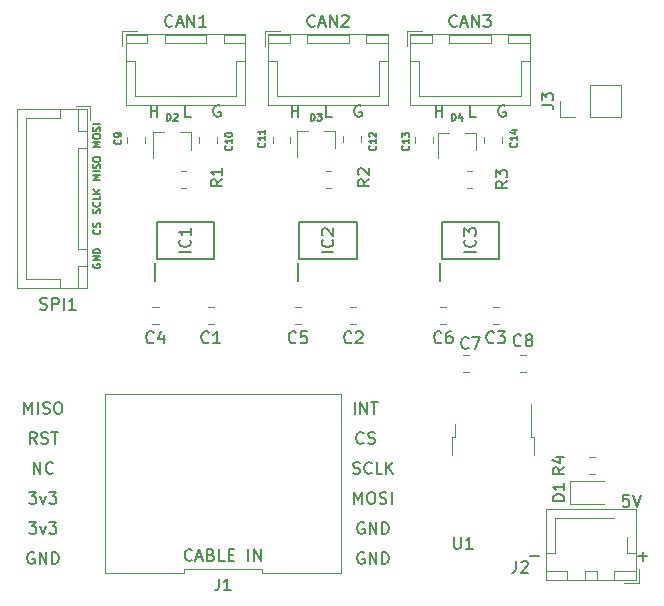
<source format=gto>
G04 #@! TF.GenerationSoftware,KiCad,Pcbnew,(5.1.10)-1*
G04 #@! TF.CreationDate,2021-07-06T11:53:58+05:30*
G04 #@! TF.ProjectId,STM_Morpho,53544d5f-4d6f-4727-9068-6f2e6b696361,rev?*
G04 #@! TF.SameCoordinates,PX7bfa480PY7270e00*
G04 #@! TF.FileFunction,Legend,Top*
G04 #@! TF.FilePolarity,Positive*
%FSLAX46Y46*%
G04 Gerber Fmt 4.6, Leading zero omitted, Abs format (unit mm)*
G04 Created by KiCad (PCBNEW (5.1.10)-1) date 2021-07-06 11:53:58*
%MOMM*%
%LPD*%
G01*
G04 APERTURE LIST*
%ADD10C,0.200000*%
%ADD11C,0.150000*%
%ADD12C,0.120000*%
G04 APERTURE END LIST*
D10*
X50553904Y40886000D02*
X50458666Y40933620D01*
X50315809Y40933620D01*
X50172952Y40886000D01*
X50077714Y40790762D01*
X50030095Y40695524D01*
X49982476Y40505048D01*
X49982476Y40362191D01*
X50030095Y40171715D01*
X50077714Y40076477D01*
X50172952Y39981239D01*
X50315809Y39933620D01*
X50411047Y39933620D01*
X50553904Y39981239D01*
X50601523Y40028858D01*
X50601523Y40362191D01*
X50411047Y40362191D01*
X48061523Y39933620D02*
X47585333Y39933620D01*
X47585333Y40933620D01*
X44672285Y39933620D02*
X44672285Y40933620D01*
X44672285Y40457429D02*
X45243714Y40457429D01*
X45243714Y39933620D02*
X45243714Y40933620D01*
X38361904Y40886000D02*
X38266666Y40933620D01*
X38123809Y40933620D01*
X37980952Y40886000D01*
X37885714Y40790762D01*
X37838095Y40695524D01*
X37790476Y40505048D01*
X37790476Y40362191D01*
X37838095Y40171715D01*
X37885714Y40076477D01*
X37980952Y39981239D01*
X38123809Y39933620D01*
X38219047Y39933620D01*
X38361904Y39981239D01*
X38409523Y40028858D01*
X38409523Y40362191D01*
X38219047Y40362191D01*
X35869523Y39933620D02*
X35393333Y39933620D01*
X35393333Y40933620D01*
X32480285Y39933620D02*
X32480285Y40933620D01*
X32480285Y40457429D02*
X33051714Y40457429D01*
X33051714Y39933620D02*
X33051714Y40933620D01*
X26423904Y40886000D02*
X26328666Y40933620D01*
X26185809Y40933620D01*
X26042952Y40886000D01*
X25947714Y40790762D01*
X25900095Y40695524D01*
X25852476Y40505048D01*
X25852476Y40362191D01*
X25900095Y40171715D01*
X25947714Y40076477D01*
X26042952Y39981239D01*
X26185809Y39933620D01*
X26281047Y39933620D01*
X26423904Y39981239D01*
X26471523Y40028858D01*
X26471523Y40362191D01*
X26281047Y40362191D01*
X23931523Y39933620D02*
X23455333Y39933620D01*
X23455333Y40933620D01*
X20542285Y39933620D02*
X20542285Y40933620D01*
X20542285Y40457429D02*
X21113714Y40457429D01*
X21113714Y39933620D02*
X21113714Y40933620D01*
X61023523Y7913620D02*
X60547333Y7913620D01*
X60499714Y7437429D01*
X60547333Y7485048D01*
X60642571Y7532667D01*
X60880666Y7532667D01*
X60975904Y7485048D01*
X61023523Y7437429D01*
X61071142Y7342191D01*
X61071142Y7104096D01*
X61023523Y7008858D01*
X60975904Y6961239D01*
X60880666Y6913620D01*
X60642571Y6913620D01*
X60547333Y6961239D01*
X60499714Y7008858D01*
X61356857Y7913620D02*
X61690190Y6913620D01*
X62023523Y7913620D01*
X61849047Y2722572D02*
X62610952Y2722572D01*
X62230000Y2341620D02*
X62230000Y3103524D01*
X52705047Y2722572D02*
X53466952Y2722572D01*
X24050952Y2436858D02*
X24003333Y2389239D01*
X23860476Y2341620D01*
X23765238Y2341620D01*
X23622380Y2389239D01*
X23527142Y2484477D01*
X23479523Y2579715D01*
X23431904Y2770191D01*
X23431904Y2913048D01*
X23479523Y3103524D01*
X23527142Y3198762D01*
X23622380Y3294000D01*
X23765238Y3341620D01*
X23860476Y3341620D01*
X24003333Y3294000D01*
X24050952Y3246381D01*
X24431904Y2627334D02*
X24908095Y2627334D01*
X24336666Y2341620D02*
X24670000Y3341620D01*
X25003333Y2341620D01*
X25670000Y2865429D02*
X25812857Y2817810D01*
X25860476Y2770191D01*
X25908095Y2674953D01*
X25908095Y2532096D01*
X25860476Y2436858D01*
X25812857Y2389239D01*
X25717619Y2341620D01*
X25336666Y2341620D01*
X25336666Y3341620D01*
X25670000Y3341620D01*
X25765238Y3294000D01*
X25812857Y3246381D01*
X25860476Y3151143D01*
X25860476Y3055905D01*
X25812857Y2960667D01*
X25765238Y2913048D01*
X25670000Y2865429D01*
X25336666Y2865429D01*
X26812857Y2341620D02*
X26336666Y2341620D01*
X26336666Y3341620D01*
X27146190Y2865429D02*
X27479523Y2865429D01*
X27622380Y2341620D02*
X27146190Y2341620D01*
X27146190Y3341620D01*
X27622380Y3341620D01*
X28812857Y2341620D02*
X28812857Y3341620D01*
X29289047Y2341620D02*
X29289047Y3341620D01*
X29860476Y2341620D01*
X29860476Y3341620D01*
D11*
X16273428Y37411143D02*
X15673428Y37411143D01*
X16102000Y37611143D01*
X15673428Y37811143D01*
X16273428Y37811143D01*
X15673428Y38211143D02*
X15673428Y38325429D01*
X15702000Y38382572D01*
X15759142Y38439715D01*
X15873428Y38468286D01*
X16073428Y38468286D01*
X16187714Y38439715D01*
X16244857Y38382572D01*
X16273428Y38325429D01*
X16273428Y38211143D01*
X16244857Y38154000D01*
X16187714Y38096858D01*
X16073428Y38068286D01*
X15873428Y38068286D01*
X15759142Y38096858D01*
X15702000Y38154000D01*
X15673428Y38211143D01*
X16244857Y38696858D02*
X16273428Y38782572D01*
X16273428Y38925429D01*
X16244857Y38982572D01*
X16216285Y39011143D01*
X16159142Y39039715D01*
X16102000Y39039715D01*
X16044857Y39011143D01*
X16016285Y38982572D01*
X15987714Y38925429D01*
X15959142Y38811143D01*
X15930571Y38754000D01*
X15902000Y38725429D01*
X15844857Y38696858D01*
X15787714Y38696858D01*
X15730571Y38725429D01*
X15702000Y38754000D01*
X15673428Y38811143D01*
X15673428Y38954000D01*
X15702000Y39039715D01*
X16273428Y39296858D02*
X15673428Y39296858D01*
X16273428Y34617143D02*
X15673428Y34617143D01*
X16102000Y34817143D01*
X15673428Y35017143D01*
X16273428Y35017143D01*
X16273428Y35302858D02*
X15673428Y35302858D01*
X16244857Y35560000D02*
X16273428Y35645715D01*
X16273428Y35788572D01*
X16244857Y35845715D01*
X16216285Y35874286D01*
X16159142Y35902858D01*
X16102000Y35902858D01*
X16044857Y35874286D01*
X16016285Y35845715D01*
X15987714Y35788572D01*
X15959142Y35674286D01*
X15930571Y35617143D01*
X15902000Y35588572D01*
X15844857Y35560000D01*
X15787714Y35560000D01*
X15730571Y35588572D01*
X15702000Y35617143D01*
X15673428Y35674286D01*
X15673428Y35817143D01*
X15702000Y35902858D01*
X15673428Y36274286D02*
X15673428Y36388572D01*
X15702000Y36445715D01*
X15759142Y36502858D01*
X15873428Y36531429D01*
X16073428Y36531429D01*
X16187714Y36502858D01*
X16244857Y36445715D01*
X16273428Y36388572D01*
X16273428Y36274286D01*
X16244857Y36217143D01*
X16187714Y36160000D01*
X16073428Y36131429D01*
X15873428Y36131429D01*
X15759142Y36160000D01*
X15702000Y36217143D01*
X15673428Y36274286D01*
X16244857Y31751715D02*
X16273428Y31837429D01*
X16273428Y31980286D01*
X16244857Y32037429D01*
X16216285Y32066000D01*
X16159142Y32094572D01*
X16102000Y32094572D01*
X16044857Y32066000D01*
X16016285Y32037429D01*
X15987714Y31980286D01*
X15959142Y31866000D01*
X15930571Y31808858D01*
X15902000Y31780286D01*
X15844857Y31751715D01*
X15787714Y31751715D01*
X15730571Y31780286D01*
X15702000Y31808858D01*
X15673428Y31866000D01*
X15673428Y32008858D01*
X15702000Y32094572D01*
X16216285Y32694572D02*
X16244857Y32666000D01*
X16273428Y32580286D01*
X16273428Y32523143D01*
X16244857Y32437429D01*
X16187714Y32380286D01*
X16130571Y32351715D01*
X16016285Y32323143D01*
X15930571Y32323143D01*
X15816285Y32351715D01*
X15759142Y32380286D01*
X15702000Y32437429D01*
X15673428Y32523143D01*
X15673428Y32580286D01*
X15702000Y32666000D01*
X15730571Y32694572D01*
X16273428Y33237429D02*
X16273428Y32951715D01*
X15673428Y32951715D01*
X16273428Y33437429D02*
X15673428Y33437429D01*
X16273428Y33780286D02*
X15930571Y33523143D01*
X15673428Y33780286D02*
X16016285Y33437429D01*
X16216285Y30380000D02*
X16244857Y30351429D01*
X16273428Y30265715D01*
X16273428Y30208572D01*
X16244857Y30122858D01*
X16187714Y30065715D01*
X16130571Y30037143D01*
X16016285Y30008572D01*
X15930571Y30008572D01*
X15816285Y30037143D01*
X15759142Y30065715D01*
X15702000Y30122858D01*
X15673428Y30208572D01*
X15673428Y30265715D01*
X15702000Y30351429D01*
X15730571Y30380000D01*
X16244857Y30608572D02*
X16273428Y30694286D01*
X16273428Y30837143D01*
X16244857Y30894286D01*
X16216285Y30922858D01*
X16159142Y30951429D01*
X16102000Y30951429D01*
X16044857Y30922858D01*
X16016285Y30894286D01*
X15987714Y30837143D01*
X15959142Y30722858D01*
X15930571Y30665715D01*
X15902000Y30637143D01*
X15844857Y30608572D01*
X15787714Y30608572D01*
X15730571Y30637143D01*
X15702000Y30665715D01*
X15673428Y30722858D01*
X15673428Y30865715D01*
X15702000Y30951429D01*
X15702000Y27482858D02*
X15673428Y27425715D01*
X15673428Y27340000D01*
X15702000Y27254286D01*
X15759142Y27197143D01*
X15816285Y27168572D01*
X15930571Y27140000D01*
X16016285Y27140000D01*
X16130571Y27168572D01*
X16187714Y27197143D01*
X16244857Y27254286D01*
X16273428Y27340000D01*
X16273428Y27397143D01*
X16244857Y27482858D01*
X16216285Y27511429D01*
X16016285Y27511429D01*
X16016285Y27397143D01*
X16273428Y27768572D02*
X15673428Y27768572D01*
X16273428Y28111429D01*
X15673428Y28111429D01*
X16273428Y28397143D02*
X15673428Y28397143D01*
X15673428Y28540000D01*
X15702000Y28625715D01*
X15759142Y28682858D01*
X15816285Y28711429D01*
X15930571Y28740000D01*
X16016285Y28740000D01*
X16130571Y28711429D01*
X16187714Y28682858D01*
X16244857Y28625715D01*
X16273428Y28540000D01*
X16273428Y28397143D01*
D12*
G04 #@! TO.C,R3*
X47286936Y33910600D02*
X47741064Y33910600D01*
X47286936Y35380600D02*
X47741064Y35380600D01*
G04 #@! TO.C,R2*
X35393136Y33910600D02*
X35847264Y33910600D01*
X35393136Y35380600D02*
X35847264Y35380600D01*
G04 #@! TO.C,R1*
X23106136Y33910600D02*
X23560264Y33910600D01*
X23106136Y35380600D02*
X23560264Y35380600D01*
G04 #@! TO.C,D4*
X48062000Y38580600D02*
X48062000Y37120600D01*
X44902000Y38580600D02*
X44902000Y36420600D01*
X44902000Y38580600D02*
X45832000Y38580600D01*
X48062000Y38580600D02*
X47132000Y38580600D01*
G04 #@! TO.C,D3*
X36124000Y38723600D02*
X36124000Y37263600D01*
X32964000Y38723600D02*
X32964000Y36563600D01*
X32964000Y38723600D02*
X33894000Y38723600D01*
X36124000Y38723600D02*
X35194000Y38723600D01*
G04 #@! TO.C,D2*
X23932000Y38622000D02*
X23932000Y37162000D01*
X20772000Y38622000D02*
X20772000Y36462000D01*
X20772000Y38622000D02*
X21702000Y38622000D01*
X23932000Y38622000D02*
X23002000Y38622000D01*
G04 #@! TO.C,C14*
X48795000Y38208852D02*
X48795000Y37686348D01*
X50265000Y38208852D02*
X50265000Y37686348D01*
G04 #@! TO.C,C13*
X44423000Y37707848D02*
X44423000Y38230352D01*
X42953000Y37707848D02*
X42953000Y38230352D01*
G04 #@! TO.C,C12*
X36857000Y38288952D02*
X36857000Y37766448D01*
X38327000Y38288952D02*
X38327000Y37766448D01*
G04 #@! TO.C,C11*
X32383400Y37690248D02*
X32383400Y38212752D01*
X30913400Y37690248D02*
X30913400Y38212752D01*
G04 #@! TO.C,C10*
X24665000Y38234252D02*
X24665000Y37711748D01*
X26135000Y38234252D02*
X26135000Y37711748D01*
G04 #@! TO.C,C9*
X20039000Y37707848D02*
X20039000Y38230352D01*
X18569000Y37707848D02*
X18569000Y38230352D01*
G04 #@! TO.C,R4*
X57684936Y9679000D02*
X58139064Y9679000D01*
X57684936Y11149000D02*
X58139064Y11149000D01*
G04 #@! TO.C,D1*
X56052000Y7168000D02*
X58912000Y7168000D01*
X56052000Y9088000D02*
X56052000Y7168000D01*
X58912000Y9088000D02*
X56052000Y9088000D01*
G04 #@! TO.C,J1*
X36670000Y1290000D02*
X36670000Y16489999D01*
X36670000Y16489999D02*
X16670000Y16490000D01*
X16670000Y16490000D02*
X16670000Y1290001D01*
X16670000Y1290001D02*
X23336667Y1290000D01*
X23336667Y1290000D02*
X23336667Y1650000D01*
X23336667Y1650000D02*
X30003333Y1650000D01*
X30003333Y1650000D02*
X30003333Y1290000D01*
X30003333Y1290000D02*
X36670000Y1290000D01*
G04 #@! TO.C,J3*
X55185000Y39945000D02*
X55185000Y41275000D01*
X56515000Y39945000D02*
X55185000Y39945000D01*
X57785000Y39945000D02*
X57785000Y42605000D01*
X57785000Y42605000D02*
X60385000Y42605000D01*
X57785000Y39945000D02*
X60385000Y39945000D01*
X60385000Y39945000D02*
X60385000Y42605000D01*
G04 #@! TO.C,SPI1*
X15160000Y40580000D02*
X9190000Y40580000D01*
X9190000Y40580000D02*
X9190000Y25460000D01*
X9190000Y25460000D02*
X15160000Y25460000D01*
X15160000Y25460000D02*
X15160000Y40580000D01*
X15150000Y37270000D02*
X14400000Y37270000D01*
X14400000Y37270000D02*
X14400000Y28770000D01*
X14400000Y28770000D02*
X15150000Y28770000D01*
X15150000Y28770000D02*
X15150000Y37270000D01*
X15150000Y40570000D02*
X14400000Y40570000D01*
X14400000Y40570000D02*
X14400000Y38770000D01*
X14400000Y38770000D02*
X15150000Y38770000D01*
X15150000Y38770000D02*
X15150000Y40570000D01*
X15150000Y27270000D02*
X14400000Y27270000D01*
X14400000Y27270000D02*
X14400000Y25470000D01*
X14400000Y25470000D02*
X15150000Y25470000D01*
X15150000Y25470000D02*
X15150000Y27270000D01*
X12900000Y40570000D02*
X12900000Y39820000D01*
X12900000Y39820000D02*
X9950000Y39820000D01*
X9950000Y39820000D02*
X9950000Y33020000D01*
X12900000Y25470000D02*
X12900000Y26220000D01*
X12900000Y26220000D02*
X9950000Y26220000D01*
X9950000Y26220000D02*
X9950000Y33020000D01*
X15450000Y39620000D02*
X15450000Y40870000D01*
X15450000Y40870000D02*
X14200000Y40870000D01*
G04 #@! TO.C,C6*
X45056248Y23849000D02*
X45578752Y23849000D01*
X45056248Y22379000D02*
X45578752Y22379000D01*
G04 #@! TO.C,C5*
X32758748Y23849000D02*
X33281252Y23849000D01*
X32758748Y22379000D02*
X33281252Y22379000D01*
G04 #@! TO.C,C4*
X20693748Y23849000D02*
X21216252Y23849000D01*
X20693748Y22379000D02*
X21216252Y22379000D01*
G04 #@! TO.C,U1*
X52980000Y11325000D02*
X52980000Y12825000D01*
X52980000Y12825000D02*
X52710000Y12825000D01*
X52710000Y12825000D02*
X52710000Y15655000D01*
X46080000Y11325000D02*
X46080000Y12825000D01*
X46080000Y12825000D02*
X46350000Y12825000D01*
X46350000Y12825000D02*
X46350000Y13925000D01*
G04 #@! TO.C,J2*
X61615000Y715000D02*
X61615000Y6685000D01*
X61615000Y6685000D02*
X53995000Y6685000D01*
X53995000Y6685000D02*
X53995000Y715000D01*
X53995000Y715000D02*
X61615000Y715000D01*
X58305000Y725000D02*
X58305000Y1475000D01*
X58305000Y1475000D02*
X57305000Y1475000D01*
X57305000Y1475000D02*
X57305000Y725000D01*
X57305000Y725000D02*
X58305000Y725000D01*
X61605000Y725000D02*
X61605000Y1475000D01*
X61605000Y1475000D02*
X59805000Y1475000D01*
X59805000Y1475000D02*
X59805000Y725000D01*
X59805000Y725000D02*
X61605000Y725000D01*
X55805000Y725000D02*
X55805000Y1475000D01*
X55805000Y1475000D02*
X54005000Y1475000D01*
X54005000Y1475000D02*
X54005000Y725000D01*
X54005000Y725000D02*
X55805000Y725000D01*
X61605000Y2975000D02*
X60855000Y2975000D01*
X60855000Y2975000D02*
X60855000Y4315000D01*
X57805000Y5925000D02*
X59795000Y5925000D01*
X54005000Y2975000D02*
X54755000Y2975000D01*
X54755000Y2975000D02*
X54755000Y5925000D01*
X54755000Y5925000D02*
X57805000Y5925000D01*
X60655000Y425000D02*
X61905000Y425000D01*
X61905000Y425000D02*
X61905000Y1675000D01*
G04 #@! TO.C,C7*
X46961248Y19785000D02*
X47483752Y19785000D01*
X46961248Y18315000D02*
X47483752Y18315000D01*
G04 #@! TO.C,C8*
X52331252Y18315000D02*
X51808748Y18315000D01*
X52331252Y19785000D02*
X51808748Y19785000D01*
G04 #@! TO.C,C3*
X49501248Y23849000D02*
X50023752Y23849000D01*
X49501248Y22379000D02*
X50023752Y22379000D01*
G04 #@! TO.C,C2*
X37436248Y23849000D02*
X37958752Y23849000D01*
X37436248Y22379000D02*
X37958752Y22379000D01*
G04 #@! TO.C,C1*
X25371248Y23849000D02*
X25893752Y23849000D01*
X25371248Y22379000D02*
X25893752Y22379000D01*
D10*
G04 #@! TO.C,IC3*
X45173000Y27866000D02*
X45173000Y31062000D01*
X45173000Y31062000D02*
X50077000Y31062000D01*
X50077000Y31062000D02*
X50077000Y27866000D01*
X50077000Y27866000D02*
X45173000Y27866000D01*
X45045000Y25989000D02*
X45045000Y27516000D01*
G04 #@! TO.C,IC2*
X33108000Y27866000D02*
X33108000Y31062000D01*
X33108000Y31062000D02*
X38012000Y31062000D01*
X38012000Y31062000D02*
X38012000Y27866000D01*
X38012000Y27866000D02*
X33108000Y27866000D01*
X32980000Y25989000D02*
X32980000Y27516000D01*
G04 #@! TO.C,IC1*
X21043000Y27866000D02*
X21043000Y31062000D01*
X21043000Y31062000D02*
X25947000Y31062000D01*
X25947000Y31062000D02*
X25947000Y27866000D01*
X25947000Y27866000D02*
X21043000Y27866000D01*
X20915000Y25989000D02*
X20915000Y27516000D01*
D12*
G04 #@! TO.C,CAN3*
X42235000Y47200000D02*
X42235000Y45950000D01*
X43485000Y47200000D02*
X42235000Y47200000D01*
X51885000Y41700000D02*
X47585000Y41700000D01*
X51885000Y44650000D02*
X51885000Y41700000D01*
X52635000Y44650000D02*
X51885000Y44650000D01*
X43285000Y41700000D02*
X47585000Y41700000D01*
X43285000Y44650000D02*
X43285000Y41700000D01*
X42535000Y44650000D02*
X43285000Y44650000D01*
X52635000Y46900000D02*
X50835000Y46900000D01*
X52635000Y46150000D02*
X52635000Y46900000D01*
X50835000Y46150000D02*
X52635000Y46150000D01*
X50835000Y46900000D02*
X50835000Y46150000D01*
X44335000Y46900000D02*
X42535000Y46900000D01*
X44335000Y46150000D02*
X44335000Y46900000D01*
X42535000Y46150000D02*
X44335000Y46150000D01*
X42535000Y46900000D02*
X42535000Y46150000D01*
X49335000Y46900000D02*
X45835000Y46900000D01*
X49335000Y46150000D02*
X49335000Y46900000D01*
X45835000Y46150000D02*
X49335000Y46150000D01*
X45835000Y46900000D02*
X45835000Y46150000D01*
X52645000Y46910000D02*
X42525000Y46910000D01*
X52645000Y40940000D02*
X52645000Y46910000D01*
X42525000Y40940000D02*
X52645000Y40940000D01*
X42525000Y46910000D02*
X42525000Y40940000D01*
G04 #@! TO.C,CAN2*
X30210000Y47200000D02*
X30210000Y45950000D01*
X31460000Y47200000D02*
X30210000Y47200000D01*
X39860000Y41700000D02*
X35560000Y41700000D01*
X39860000Y44650000D02*
X39860000Y41700000D01*
X40610000Y44650000D02*
X39860000Y44650000D01*
X31260000Y41700000D02*
X35560000Y41700000D01*
X31260000Y44650000D02*
X31260000Y41700000D01*
X30510000Y44650000D02*
X31260000Y44650000D01*
X40610000Y46900000D02*
X38810000Y46900000D01*
X40610000Y46150000D02*
X40610000Y46900000D01*
X38810000Y46150000D02*
X40610000Y46150000D01*
X38810000Y46900000D02*
X38810000Y46150000D01*
X32310000Y46900000D02*
X30510000Y46900000D01*
X32310000Y46150000D02*
X32310000Y46900000D01*
X30510000Y46150000D02*
X32310000Y46150000D01*
X30510000Y46900000D02*
X30510000Y46150000D01*
X37310000Y46900000D02*
X33810000Y46900000D01*
X37310000Y46150000D02*
X37310000Y46900000D01*
X33810000Y46150000D02*
X37310000Y46150000D01*
X33810000Y46900000D02*
X33810000Y46150000D01*
X40620000Y46910000D02*
X30500000Y46910000D01*
X40620000Y40940000D02*
X40620000Y46910000D01*
X30500000Y40940000D02*
X40620000Y40940000D01*
X30500000Y46910000D02*
X30500000Y40940000D01*
G04 #@! TO.C,CAN1*
X18145000Y47200000D02*
X18145000Y45950000D01*
X19395000Y47200000D02*
X18145000Y47200000D01*
X27795000Y41700000D02*
X23495000Y41700000D01*
X27795000Y44650000D02*
X27795000Y41700000D01*
X28545000Y44650000D02*
X27795000Y44650000D01*
X19195000Y41700000D02*
X23495000Y41700000D01*
X19195000Y44650000D02*
X19195000Y41700000D01*
X18445000Y44650000D02*
X19195000Y44650000D01*
X28545000Y46900000D02*
X26745000Y46900000D01*
X28545000Y46150000D02*
X28545000Y46900000D01*
X26745000Y46150000D02*
X28545000Y46150000D01*
X26745000Y46900000D02*
X26745000Y46150000D01*
X20245000Y46900000D02*
X18445000Y46900000D01*
X20245000Y46150000D02*
X20245000Y46900000D01*
X18445000Y46150000D02*
X20245000Y46150000D01*
X18445000Y46900000D02*
X18445000Y46150000D01*
X25245000Y46900000D02*
X21745000Y46900000D01*
X25245000Y46150000D02*
X25245000Y46900000D01*
X21745000Y46150000D02*
X25245000Y46150000D01*
X21745000Y46900000D02*
X21745000Y46150000D01*
X28555000Y46910000D02*
X18435000Y46910000D01*
X28555000Y40940000D02*
X28555000Y46910000D01*
X18435000Y40940000D02*
X28555000Y40940000D01*
X18435000Y46910000D02*
X18435000Y40940000D01*
G04 #@! TO.C,R3*
D10*
X50744380Y34478934D02*
X50268190Y34145600D01*
X50744380Y33907505D02*
X49744380Y33907505D01*
X49744380Y34288458D01*
X49792000Y34383696D01*
X49839619Y34431315D01*
X49934857Y34478934D01*
X50077714Y34478934D01*
X50172952Y34431315D01*
X50220571Y34383696D01*
X50268190Y34288458D01*
X50268190Y33907505D01*
X49744380Y34812267D02*
X49744380Y35431315D01*
X50125333Y35097981D01*
X50125333Y35240839D01*
X50172952Y35336077D01*
X50220571Y35383696D01*
X50315809Y35431315D01*
X50553904Y35431315D01*
X50649142Y35383696D01*
X50696761Y35336077D01*
X50744380Y35240839D01*
X50744380Y34955124D01*
X50696761Y34859886D01*
X50649142Y34812267D01*
G04 #@! TO.C,R2*
X39060380Y34631334D02*
X38584190Y34298000D01*
X39060380Y34059905D02*
X38060380Y34059905D01*
X38060380Y34440858D01*
X38108000Y34536096D01*
X38155619Y34583715D01*
X38250857Y34631334D01*
X38393714Y34631334D01*
X38488952Y34583715D01*
X38536571Y34536096D01*
X38584190Y34440858D01*
X38584190Y34059905D01*
X38155619Y35012286D02*
X38108000Y35059905D01*
X38060380Y35155143D01*
X38060380Y35393239D01*
X38108000Y35488477D01*
X38155619Y35536096D01*
X38250857Y35583715D01*
X38346095Y35583715D01*
X38488952Y35536096D01*
X39060380Y34964667D01*
X39060380Y35583715D01*
G04 #@! TO.C,R1*
X26614380Y34631334D02*
X26138190Y34298000D01*
X26614380Y34059905D02*
X25614380Y34059905D01*
X25614380Y34440858D01*
X25662000Y34536096D01*
X25709619Y34583715D01*
X25804857Y34631334D01*
X25947714Y34631334D01*
X26042952Y34583715D01*
X26090571Y34536096D01*
X26138190Y34440858D01*
X26138190Y34059905D01*
X26614380Y35583715D02*
X26614380Y35012286D01*
X26614380Y35298000D02*
X25614380Y35298000D01*
X25757238Y35202762D01*
X25852476Y35107524D01*
X25900095Y35012286D01*
G04 #@! TO.C,D4*
D11*
X46039142Y39606572D02*
X46039142Y40206572D01*
X46182000Y40206572D01*
X46267714Y40178000D01*
X46324857Y40120858D01*
X46353428Y40063715D01*
X46382000Y39949429D01*
X46382000Y39863715D01*
X46353428Y39749429D01*
X46324857Y39692286D01*
X46267714Y39635143D01*
X46182000Y39606572D01*
X46039142Y39606572D01*
X46896285Y40006572D02*
X46896285Y39606572D01*
X46753428Y40235143D02*
X46610571Y39806572D01*
X46982000Y39806572D01*
G04 #@! TO.C,D3*
X34101142Y39606572D02*
X34101142Y40206572D01*
X34244000Y40206572D01*
X34329714Y40178000D01*
X34386857Y40120858D01*
X34415428Y40063715D01*
X34444000Y39949429D01*
X34444000Y39863715D01*
X34415428Y39749429D01*
X34386857Y39692286D01*
X34329714Y39635143D01*
X34244000Y39606572D01*
X34101142Y39606572D01*
X34644000Y40206572D02*
X35015428Y40206572D01*
X34815428Y39978000D01*
X34901142Y39978000D01*
X34958285Y39949429D01*
X34986857Y39920858D01*
X35015428Y39863715D01*
X35015428Y39720858D01*
X34986857Y39663715D01*
X34958285Y39635143D01*
X34901142Y39606572D01*
X34729714Y39606572D01*
X34672571Y39635143D01*
X34644000Y39663715D01*
G04 #@! TO.C,D2*
X21909142Y39606572D02*
X21909142Y40206572D01*
X22052000Y40206572D01*
X22137714Y40178000D01*
X22194857Y40120858D01*
X22223428Y40063715D01*
X22252000Y39949429D01*
X22252000Y39863715D01*
X22223428Y39749429D01*
X22194857Y39692286D01*
X22137714Y39635143D01*
X22052000Y39606572D01*
X21909142Y39606572D01*
X22480571Y40149429D02*
X22509142Y40178000D01*
X22566285Y40206572D01*
X22709142Y40206572D01*
X22766285Y40178000D01*
X22794857Y40149429D01*
X22823428Y40092286D01*
X22823428Y40035143D01*
X22794857Y39949429D01*
X22452000Y39606572D01*
X22823428Y39606572D01*
G04 #@! TO.C,C14*
X51522285Y37714286D02*
X51550857Y37685715D01*
X51579428Y37600000D01*
X51579428Y37542858D01*
X51550857Y37457143D01*
X51493714Y37400000D01*
X51436571Y37371429D01*
X51322285Y37342858D01*
X51236571Y37342858D01*
X51122285Y37371429D01*
X51065142Y37400000D01*
X51008000Y37457143D01*
X50979428Y37542858D01*
X50979428Y37600000D01*
X51008000Y37685715D01*
X51036571Y37714286D01*
X51579428Y38285715D02*
X51579428Y37942858D01*
X51579428Y38114286D02*
X50979428Y38114286D01*
X51065142Y38057143D01*
X51122285Y38000000D01*
X51150857Y37942858D01*
X51179428Y38800000D02*
X51579428Y38800000D01*
X50950857Y38657143D02*
X51379428Y38514286D01*
X51379428Y38885715D01*
G04 #@! TO.C,C13*
X42378285Y37460286D02*
X42406857Y37431715D01*
X42435428Y37346000D01*
X42435428Y37288858D01*
X42406857Y37203143D01*
X42349714Y37146000D01*
X42292571Y37117429D01*
X42178285Y37088858D01*
X42092571Y37088858D01*
X41978285Y37117429D01*
X41921142Y37146000D01*
X41864000Y37203143D01*
X41835428Y37288858D01*
X41835428Y37346000D01*
X41864000Y37431715D01*
X41892571Y37460286D01*
X42435428Y38031715D02*
X42435428Y37688858D01*
X42435428Y37860286D02*
X41835428Y37860286D01*
X41921142Y37803143D01*
X41978285Y37746000D01*
X42006857Y37688858D01*
X41835428Y38231715D02*
X41835428Y38603143D01*
X42064000Y38403143D01*
X42064000Y38488858D01*
X42092571Y38546000D01*
X42121142Y38574572D01*
X42178285Y38603143D01*
X42321142Y38603143D01*
X42378285Y38574572D01*
X42406857Y38546000D01*
X42435428Y38488858D01*
X42435428Y38317429D01*
X42406857Y38260286D01*
X42378285Y38231715D01*
G04 #@! TO.C,C12*
X39584285Y37460286D02*
X39612857Y37431715D01*
X39641428Y37346000D01*
X39641428Y37288858D01*
X39612857Y37203143D01*
X39555714Y37146000D01*
X39498571Y37117429D01*
X39384285Y37088858D01*
X39298571Y37088858D01*
X39184285Y37117429D01*
X39127142Y37146000D01*
X39070000Y37203143D01*
X39041428Y37288858D01*
X39041428Y37346000D01*
X39070000Y37431715D01*
X39098571Y37460286D01*
X39641428Y38031715D02*
X39641428Y37688858D01*
X39641428Y37860286D02*
X39041428Y37860286D01*
X39127142Y37803143D01*
X39184285Y37746000D01*
X39212857Y37688858D01*
X39098571Y38260286D02*
X39070000Y38288858D01*
X39041428Y38346000D01*
X39041428Y38488858D01*
X39070000Y38546000D01*
X39098571Y38574572D01*
X39155714Y38603143D01*
X39212857Y38603143D01*
X39298571Y38574572D01*
X39641428Y38231715D01*
X39641428Y38603143D01*
G04 #@! TO.C,C11*
X30186285Y37714286D02*
X30214857Y37685715D01*
X30243428Y37600000D01*
X30243428Y37542858D01*
X30214857Y37457143D01*
X30157714Y37400000D01*
X30100571Y37371429D01*
X29986285Y37342858D01*
X29900571Y37342858D01*
X29786285Y37371429D01*
X29729142Y37400000D01*
X29672000Y37457143D01*
X29643428Y37542858D01*
X29643428Y37600000D01*
X29672000Y37685715D01*
X29700571Y37714286D01*
X30243428Y38285715D02*
X30243428Y37942858D01*
X30243428Y38114286D02*
X29643428Y38114286D01*
X29729142Y38057143D01*
X29786285Y38000000D01*
X29814857Y37942858D01*
X30243428Y38857143D02*
X30243428Y38514286D01*
X30243428Y38685715D02*
X29643428Y38685715D01*
X29729142Y38628572D01*
X29786285Y38571429D01*
X29814857Y38514286D01*
G04 #@! TO.C,C10*
X27392285Y37460286D02*
X27420857Y37431715D01*
X27449428Y37346000D01*
X27449428Y37288858D01*
X27420857Y37203143D01*
X27363714Y37146000D01*
X27306571Y37117429D01*
X27192285Y37088858D01*
X27106571Y37088858D01*
X26992285Y37117429D01*
X26935142Y37146000D01*
X26878000Y37203143D01*
X26849428Y37288858D01*
X26849428Y37346000D01*
X26878000Y37431715D01*
X26906571Y37460286D01*
X27449428Y38031715D02*
X27449428Y37688858D01*
X27449428Y37860286D02*
X26849428Y37860286D01*
X26935142Y37803143D01*
X26992285Y37746000D01*
X27020857Y37688858D01*
X26849428Y38403143D02*
X26849428Y38460286D01*
X26878000Y38517429D01*
X26906571Y38546000D01*
X26963714Y38574572D01*
X27078000Y38603143D01*
X27220857Y38603143D01*
X27335142Y38574572D01*
X27392285Y38546000D01*
X27420857Y38517429D01*
X27449428Y38460286D01*
X27449428Y38403143D01*
X27420857Y38346000D01*
X27392285Y38317429D01*
X27335142Y38288858D01*
X27220857Y38260286D01*
X27078000Y38260286D01*
X26963714Y38288858D01*
X26906571Y38317429D01*
X26878000Y38346000D01*
X26849428Y38403143D01*
G04 #@! TO.C,C9*
X17994285Y38000000D02*
X18022857Y37971429D01*
X18051428Y37885715D01*
X18051428Y37828572D01*
X18022857Y37742858D01*
X17965714Y37685715D01*
X17908571Y37657143D01*
X17794285Y37628572D01*
X17708571Y37628572D01*
X17594285Y37657143D01*
X17537142Y37685715D01*
X17480000Y37742858D01*
X17451428Y37828572D01*
X17451428Y37885715D01*
X17480000Y37971429D01*
X17508571Y38000000D01*
X18051428Y38285715D02*
X18051428Y38400000D01*
X18022857Y38457143D01*
X17994285Y38485715D01*
X17908571Y38542858D01*
X17794285Y38571429D01*
X17565714Y38571429D01*
X17508571Y38542858D01*
X17480000Y38514286D01*
X17451428Y38457143D01*
X17451428Y38342858D01*
X17480000Y38285715D01*
X17508571Y38257143D01*
X17565714Y38228572D01*
X17708571Y38228572D01*
X17765714Y38257143D01*
X17794285Y38285715D01*
X17822857Y38342858D01*
X17822857Y38457143D01*
X17794285Y38514286D01*
X17765714Y38542858D01*
X17708571Y38571429D01*
G04 #@! TO.C,R4*
D10*
X55570380Y10247334D02*
X55094190Y9914000D01*
X55570380Y9675905D02*
X54570380Y9675905D01*
X54570380Y10056858D01*
X54618000Y10152096D01*
X54665619Y10199715D01*
X54760857Y10247334D01*
X54903714Y10247334D01*
X54998952Y10199715D01*
X55046571Y10152096D01*
X55094190Y10056858D01*
X55094190Y9675905D01*
X54903714Y11104477D02*
X55570380Y11104477D01*
X54522761Y10866381D02*
X55237047Y10628286D01*
X55237047Y11247334D01*
G04 #@! TO.C,D1*
X55570380Y7389905D02*
X54570380Y7389905D01*
X54570380Y7628000D01*
X54618000Y7770858D01*
X54713238Y7866096D01*
X54808476Y7913715D01*
X54998952Y7961334D01*
X55141809Y7961334D01*
X55332285Y7913715D01*
X55427523Y7866096D01*
X55522761Y7770858D01*
X55570380Y7628000D01*
X55570380Y7389905D01*
X55570380Y8913715D02*
X55570380Y8342286D01*
X55570380Y8628000D02*
X54570380Y8628000D01*
X54713238Y8532762D01*
X54808476Y8437524D01*
X54856095Y8342286D01*
G04 #@! TO.C,J1*
X26336666Y837620D02*
X26336666Y123334D01*
X26289047Y-19523D01*
X26193809Y-114761D01*
X26050952Y-162380D01*
X25955714Y-162380D01*
X27336666Y-162380D02*
X26765238Y-162380D01*
X27050952Y-162380D02*
X27050952Y837620D01*
X26955714Y694762D01*
X26860476Y599524D01*
X26765238Y551905D01*
X9858571Y14787620D02*
X9858571Y15787620D01*
X10191904Y15073334D01*
X10525238Y15787620D01*
X10525238Y14787620D01*
X11001428Y14787620D02*
X11001428Y15787620D01*
X11430000Y14835239D02*
X11572857Y14787620D01*
X11810952Y14787620D01*
X11906190Y14835239D01*
X11953809Y14882858D01*
X12001428Y14978096D01*
X12001428Y15073334D01*
X11953809Y15168572D01*
X11906190Y15216191D01*
X11810952Y15263810D01*
X11620476Y15311429D01*
X11525238Y15359048D01*
X11477619Y15406667D01*
X11430000Y15501905D01*
X11430000Y15597143D01*
X11477619Y15692381D01*
X11525238Y15740000D01*
X11620476Y15787620D01*
X11858571Y15787620D01*
X12001428Y15740000D01*
X12620476Y15787620D02*
X12810952Y15787620D01*
X12906190Y15740000D01*
X13001428Y15644762D01*
X13049047Y15454286D01*
X13049047Y15120953D01*
X13001428Y14930477D01*
X12906190Y14835239D01*
X12810952Y14787620D01*
X12620476Y14787620D01*
X12525238Y14835239D01*
X12430000Y14930477D01*
X12382380Y15120953D01*
X12382380Y15454286D01*
X12430000Y15644762D01*
X12525238Y15740000D01*
X12620476Y15787620D01*
X10882380Y12247620D02*
X10549047Y12723810D01*
X10310952Y12247620D02*
X10310952Y13247620D01*
X10691904Y13247620D01*
X10787142Y13200000D01*
X10834761Y13152381D01*
X10882380Y13057143D01*
X10882380Y12914286D01*
X10834761Y12819048D01*
X10787142Y12771429D01*
X10691904Y12723810D01*
X10310952Y12723810D01*
X11263333Y12295239D02*
X11406190Y12247620D01*
X11644285Y12247620D01*
X11739523Y12295239D01*
X11787142Y12342858D01*
X11834761Y12438096D01*
X11834761Y12533334D01*
X11787142Y12628572D01*
X11739523Y12676191D01*
X11644285Y12723810D01*
X11453809Y12771429D01*
X11358571Y12819048D01*
X11310952Y12866667D01*
X11263333Y12961905D01*
X11263333Y13057143D01*
X11310952Y13152381D01*
X11358571Y13200000D01*
X11453809Y13247620D01*
X11691904Y13247620D01*
X11834761Y13200000D01*
X12120476Y13247620D02*
X12691904Y13247620D01*
X12406190Y12247620D02*
X12406190Y13247620D01*
X10644285Y9707620D02*
X10644285Y10707620D01*
X11215714Y9707620D01*
X11215714Y10707620D01*
X12263333Y9802858D02*
X12215714Y9755239D01*
X12072857Y9707620D01*
X11977619Y9707620D01*
X11834761Y9755239D01*
X11739523Y9850477D01*
X11691904Y9945715D01*
X11644285Y10136191D01*
X11644285Y10279048D01*
X11691904Y10469524D01*
X11739523Y10564762D01*
X11834761Y10660000D01*
X11977619Y10707620D01*
X12072857Y10707620D01*
X12215714Y10660000D01*
X12263333Y10612381D01*
X10239523Y8167620D02*
X10858571Y8167620D01*
X10525238Y7786667D01*
X10668095Y7786667D01*
X10763333Y7739048D01*
X10810952Y7691429D01*
X10858571Y7596191D01*
X10858571Y7358096D01*
X10810952Y7262858D01*
X10763333Y7215239D01*
X10668095Y7167620D01*
X10382380Y7167620D01*
X10287142Y7215239D01*
X10239523Y7262858D01*
X11191904Y7834286D02*
X11430000Y7167620D01*
X11668095Y7834286D01*
X11953809Y8167620D02*
X12572857Y8167620D01*
X12239523Y7786667D01*
X12382380Y7786667D01*
X12477619Y7739048D01*
X12525238Y7691429D01*
X12572857Y7596191D01*
X12572857Y7358096D01*
X12525238Y7262858D01*
X12477619Y7215239D01*
X12382380Y7167620D01*
X12096666Y7167620D01*
X12001428Y7215239D01*
X11953809Y7262858D01*
X10239523Y5627620D02*
X10858571Y5627620D01*
X10525238Y5246667D01*
X10668095Y5246667D01*
X10763333Y5199048D01*
X10810952Y5151429D01*
X10858571Y5056191D01*
X10858571Y4818096D01*
X10810952Y4722858D01*
X10763333Y4675239D01*
X10668095Y4627620D01*
X10382380Y4627620D01*
X10287142Y4675239D01*
X10239523Y4722858D01*
X11191904Y5294286D02*
X11430000Y4627620D01*
X11668095Y5294286D01*
X11953809Y5627620D02*
X12572857Y5627620D01*
X12239523Y5246667D01*
X12382380Y5246667D01*
X12477619Y5199048D01*
X12525238Y5151429D01*
X12572857Y5056191D01*
X12572857Y4818096D01*
X12525238Y4722858D01*
X12477619Y4675239D01*
X12382380Y4627620D01*
X12096666Y4627620D01*
X12001428Y4675239D01*
X11953809Y4722858D01*
X10668095Y3040000D02*
X10572857Y3087620D01*
X10430000Y3087620D01*
X10287142Y3040000D01*
X10191904Y2944762D01*
X10144285Y2849524D01*
X10096666Y2659048D01*
X10096666Y2516191D01*
X10144285Y2325715D01*
X10191904Y2230477D01*
X10287142Y2135239D01*
X10430000Y2087620D01*
X10525238Y2087620D01*
X10668095Y2135239D01*
X10715714Y2182858D01*
X10715714Y2516191D01*
X10525238Y2516191D01*
X11144285Y2087620D02*
X11144285Y3087620D01*
X11715714Y2087620D01*
X11715714Y3087620D01*
X12191904Y2087620D02*
X12191904Y3087620D01*
X12430000Y3087620D01*
X12572857Y3040000D01*
X12668095Y2944762D01*
X12715714Y2849524D01*
X12763333Y2659048D01*
X12763333Y2516191D01*
X12715714Y2325715D01*
X12668095Y2230477D01*
X12572857Y2135239D01*
X12430000Y2087620D01*
X12191904Y2087620D01*
X37830238Y14787620D02*
X37830238Y15787620D01*
X38306428Y14787620D02*
X38306428Y15787620D01*
X38877857Y14787620D01*
X38877857Y15787620D01*
X39211190Y15787620D02*
X39782619Y15787620D01*
X39496904Y14787620D02*
X39496904Y15787620D01*
X38568333Y12342858D02*
X38520714Y12295239D01*
X38377857Y12247620D01*
X38282619Y12247620D01*
X38139761Y12295239D01*
X38044523Y12390477D01*
X37996904Y12485715D01*
X37949285Y12676191D01*
X37949285Y12819048D01*
X37996904Y13009524D01*
X38044523Y13104762D01*
X38139761Y13200000D01*
X38282619Y13247620D01*
X38377857Y13247620D01*
X38520714Y13200000D01*
X38568333Y13152381D01*
X38949285Y12295239D02*
X39092142Y12247620D01*
X39330238Y12247620D01*
X39425476Y12295239D01*
X39473095Y12342858D01*
X39520714Y12438096D01*
X39520714Y12533334D01*
X39473095Y12628572D01*
X39425476Y12676191D01*
X39330238Y12723810D01*
X39139761Y12771429D01*
X39044523Y12819048D01*
X38996904Y12866667D01*
X38949285Y12961905D01*
X38949285Y13057143D01*
X38996904Y13152381D01*
X39044523Y13200000D01*
X39139761Y13247620D01*
X39377857Y13247620D01*
X39520714Y13200000D01*
X37679523Y9755239D02*
X37822380Y9707620D01*
X38060476Y9707620D01*
X38155714Y9755239D01*
X38203333Y9802858D01*
X38250952Y9898096D01*
X38250952Y9993334D01*
X38203333Y10088572D01*
X38155714Y10136191D01*
X38060476Y10183810D01*
X37870000Y10231429D01*
X37774761Y10279048D01*
X37727142Y10326667D01*
X37679523Y10421905D01*
X37679523Y10517143D01*
X37727142Y10612381D01*
X37774761Y10660000D01*
X37870000Y10707620D01*
X38108095Y10707620D01*
X38250952Y10660000D01*
X39250952Y9802858D02*
X39203333Y9755239D01*
X39060476Y9707620D01*
X38965238Y9707620D01*
X38822380Y9755239D01*
X38727142Y9850477D01*
X38679523Y9945715D01*
X38631904Y10136191D01*
X38631904Y10279048D01*
X38679523Y10469524D01*
X38727142Y10564762D01*
X38822380Y10660000D01*
X38965238Y10707620D01*
X39060476Y10707620D01*
X39203333Y10660000D01*
X39250952Y10612381D01*
X40155714Y9707620D02*
X39679523Y9707620D01*
X39679523Y10707620D01*
X40489047Y9707620D02*
X40489047Y10707620D01*
X41060476Y9707620D02*
X40631904Y10279048D01*
X41060476Y10707620D02*
X40489047Y10136191D01*
X37798571Y7167620D02*
X37798571Y8167620D01*
X38131904Y7453334D01*
X38465238Y8167620D01*
X38465238Y7167620D01*
X39131904Y8167620D02*
X39322380Y8167620D01*
X39417619Y8120000D01*
X39512857Y8024762D01*
X39560476Y7834286D01*
X39560476Y7500953D01*
X39512857Y7310477D01*
X39417619Y7215239D01*
X39322380Y7167620D01*
X39131904Y7167620D01*
X39036666Y7215239D01*
X38941428Y7310477D01*
X38893809Y7500953D01*
X38893809Y7834286D01*
X38941428Y8024762D01*
X39036666Y8120000D01*
X39131904Y8167620D01*
X39941428Y7215239D02*
X40084285Y7167620D01*
X40322380Y7167620D01*
X40417619Y7215239D01*
X40465238Y7262858D01*
X40512857Y7358096D01*
X40512857Y7453334D01*
X40465238Y7548572D01*
X40417619Y7596191D01*
X40322380Y7643810D01*
X40131904Y7691429D01*
X40036666Y7739048D01*
X39989047Y7786667D01*
X39941428Y7881905D01*
X39941428Y7977143D01*
X39989047Y8072381D01*
X40036666Y8120000D01*
X40131904Y8167620D01*
X40370000Y8167620D01*
X40512857Y8120000D01*
X40941428Y7167620D02*
X40941428Y8167620D01*
X38608095Y5580000D02*
X38512857Y5627620D01*
X38370000Y5627620D01*
X38227142Y5580000D01*
X38131904Y5484762D01*
X38084285Y5389524D01*
X38036666Y5199048D01*
X38036666Y5056191D01*
X38084285Y4865715D01*
X38131904Y4770477D01*
X38227142Y4675239D01*
X38370000Y4627620D01*
X38465238Y4627620D01*
X38608095Y4675239D01*
X38655714Y4722858D01*
X38655714Y5056191D01*
X38465238Y5056191D01*
X39084285Y4627620D02*
X39084285Y5627620D01*
X39655714Y4627620D01*
X39655714Y5627620D01*
X40131904Y4627620D02*
X40131904Y5627620D01*
X40370000Y5627620D01*
X40512857Y5580000D01*
X40608095Y5484762D01*
X40655714Y5389524D01*
X40703333Y5199048D01*
X40703333Y5056191D01*
X40655714Y4865715D01*
X40608095Y4770477D01*
X40512857Y4675239D01*
X40370000Y4627620D01*
X40131904Y4627620D01*
X38608095Y3040000D02*
X38512857Y3087620D01*
X38370000Y3087620D01*
X38227142Y3040000D01*
X38131904Y2944762D01*
X38084285Y2849524D01*
X38036666Y2659048D01*
X38036666Y2516191D01*
X38084285Y2325715D01*
X38131904Y2230477D01*
X38227142Y2135239D01*
X38370000Y2087620D01*
X38465238Y2087620D01*
X38608095Y2135239D01*
X38655714Y2182858D01*
X38655714Y2516191D01*
X38465238Y2516191D01*
X39084285Y2087620D02*
X39084285Y3087620D01*
X39655714Y2087620D01*
X39655714Y3087620D01*
X40131904Y2087620D02*
X40131904Y3087620D01*
X40370000Y3087620D01*
X40512857Y3040000D01*
X40608095Y2944762D01*
X40655714Y2849524D01*
X40703333Y2659048D01*
X40703333Y2516191D01*
X40655714Y2325715D01*
X40608095Y2230477D01*
X40512857Y2135239D01*
X40370000Y2087620D01*
X40131904Y2087620D01*
G04 #@! TO.C,J3*
X53637380Y40941667D02*
X54351666Y40941667D01*
X54494523Y40894048D01*
X54589761Y40798810D01*
X54637380Y40655953D01*
X54637380Y40560715D01*
X53637380Y41322620D02*
X53637380Y41941667D01*
X54018333Y41608334D01*
X54018333Y41751191D01*
X54065952Y41846429D01*
X54113571Y41894048D01*
X54208809Y41941667D01*
X54446904Y41941667D01*
X54542142Y41894048D01*
X54589761Y41846429D01*
X54637380Y41751191D01*
X54637380Y41465477D01*
X54589761Y41370239D01*
X54542142Y41322620D01*
G04 #@! TO.C,SPI1*
X11200000Y23645239D02*
X11342857Y23597620D01*
X11580952Y23597620D01*
X11676190Y23645239D01*
X11723809Y23692858D01*
X11771428Y23788096D01*
X11771428Y23883334D01*
X11723809Y23978572D01*
X11676190Y24026191D01*
X11580952Y24073810D01*
X11390476Y24121429D01*
X11295238Y24169048D01*
X11247619Y24216667D01*
X11200000Y24311905D01*
X11200000Y24407143D01*
X11247619Y24502381D01*
X11295238Y24550000D01*
X11390476Y24597620D01*
X11628571Y24597620D01*
X11771428Y24550000D01*
X12200000Y23597620D02*
X12200000Y24597620D01*
X12580952Y24597620D01*
X12676190Y24550000D01*
X12723809Y24502381D01*
X12771428Y24407143D01*
X12771428Y24264286D01*
X12723809Y24169048D01*
X12676190Y24121429D01*
X12580952Y24073810D01*
X12200000Y24073810D01*
X13200000Y23597620D02*
X13200000Y24597620D01*
X14200000Y23597620D02*
X13628571Y23597620D01*
X13914285Y23597620D02*
X13914285Y24597620D01*
X13819047Y24454762D01*
X13723809Y24359524D01*
X13628571Y24311905D01*
G04 #@! TO.C,C6*
X45150833Y20851858D02*
X45103214Y20804239D01*
X44960357Y20756620D01*
X44865119Y20756620D01*
X44722261Y20804239D01*
X44627023Y20899477D01*
X44579404Y20994715D01*
X44531785Y21185191D01*
X44531785Y21328048D01*
X44579404Y21518524D01*
X44627023Y21613762D01*
X44722261Y21709000D01*
X44865119Y21756620D01*
X44960357Y21756620D01*
X45103214Y21709000D01*
X45150833Y21661381D01*
X46007976Y21756620D02*
X45817500Y21756620D01*
X45722261Y21709000D01*
X45674642Y21661381D01*
X45579404Y21518524D01*
X45531785Y21328048D01*
X45531785Y20947096D01*
X45579404Y20851858D01*
X45627023Y20804239D01*
X45722261Y20756620D01*
X45912738Y20756620D01*
X46007976Y20804239D01*
X46055595Y20851858D01*
X46103214Y20947096D01*
X46103214Y21185191D01*
X46055595Y21280429D01*
X46007976Y21328048D01*
X45912738Y21375667D01*
X45722261Y21375667D01*
X45627023Y21328048D01*
X45579404Y21280429D01*
X45531785Y21185191D01*
G04 #@! TO.C,C5*
X32853333Y20851858D02*
X32805714Y20804239D01*
X32662857Y20756620D01*
X32567619Y20756620D01*
X32424761Y20804239D01*
X32329523Y20899477D01*
X32281904Y20994715D01*
X32234285Y21185191D01*
X32234285Y21328048D01*
X32281904Y21518524D01*
X32329523Y21613762D01*
X32424761Y21709000D01*
X32567619Y21756620D01*
X32662857Y21756620D01*
X32805714Y21709000D01*
X32853333Y21661381D01*
X33758095Y21756620D02*
X33281904Y21756620D01*
X33234285Y21280429D01*
X33281904Y21328048D01*
X33377142Y21375667D01*
X33615238Y21375667D01*
X33710476Y21328048D01*
X33758095Y21280429D01*
X33805714Y21185191D01*
X33805714Y20947096D01*
X33758095Y20851858D01*
X33710476Y20804239D01*
X33615238Y20756620D01*
X33377142Y20756620D01*
X33281904Y20804239D01*
X33234285Y20851858D01*
G04 #@! TO.C,C4*
X20788333Y20851858D02*
X20740714Y20804239D01*
X20597857Y20756620D01*
X20502619Y20756620D01*
X20359761Y20804239D01*
X20264523Y20899477D01*
X20216904Y20994715D01*
X20169285Y21185191D01*
X20169285Y21328048D01*
X20216904Y21518524D01*
X20264523Y21613762D01*
X20359761Y21709000D01*
X20502619Y21756620D01*
X20597857Y21756620D01*
X20740714Y21709000D01*
X20788333Y21661381D01*
X21645476Y21423286D02*
X21645476Y20756620D01*
X21407380Y21804239D02*
X21169285Y21089953D01*
X21788333Y21089953D01*
G04 #@! TO.C,U1*
X46228095Y4357620D02*
X46228095Y3548096D01*
X46275714Y3452858D01*
X46323333Y3405239D01*
X46418571Y3357620D01*
X46609047Y3357620D01*
X46704285Y3405239D01*
X46751904Y3452858D01*
X46799523Y3548096D01*
X46799523Y4357620D01*
X47799523Y3357620D02*
X47228095Y3357620D01*
X47513809Y3357620D02*
X47513809Y4357620D01*
X47418571Y4214762D01*
X47323333Y4119524D01*
X47228095Y4071905D01*
G04 #@! TO.C,J2*
X51482666Y2325620D02*
X51482666Y1611334D01*
X51435047Y1468477D01*
X51339809Y1373239D01*
X51196952Y1325620D01*
X51101714Y1325620D01*
X51911238Y2230381D02*
X51958857Y2278000D01*
X52054095Y2325620D01*
X52292190Y2325620D01*
X52387428Y2278000D01*
X52435047Y2230381D01*
X52482666Y2135143D01*
X52482666Y2039905D01*
X52435047Y1897048D01*
X51863619Y1325620D01*
X52482666Y1325620D01*
G04 #@! TO.C,C7*
X47458333Y20372858D02*
X47410714Y20325239D01*
X47267857Y20277620D01*
X47172619Y20277620D01*
X47029761Y20325239D01*
X46934523Y20420477D01*
X46886904Y20515715D01*
X46839285Y20706191D01*
X46839285Y20849048D01*
X46886904Y21039524D01*
X46934523Y21134762D01*
X47029761Y21230000D01*
X47172619Y21277620D01*
X47267857Y21277620D01*
X47410714Y21230000D01*
X47458333Y21182381D01*
X47791666Y21277620D02*
X48458333Y21277620D01*
X48029761Y20277620D01*
G04 #@! TO.C,C8*
X51903333Y20597858D02*
X51855714Y20550239D01*
X51712857Y20502620D01*
X51617619Y20502620D01*
X51474761Y20550239D01*
X51379523Y20645477D01*
X51331904Y20740715D01*
X51284285Y20931191D01*
X51284285Y21074048D01*
X51331904Y21264524D01*
X51379523Y21359762D01*
X51474761Y21455000D01*
X51617619Y21502620D01*
X51712857Y21502620D01*
X51855714Y21455000D01*
X51903333Y21407381D01*
X52474761Y21074048D02*
X52379523Y21121667D01*
X52331904Y21169286D01*
X52284285Y21264524D01*
X52284285Y21312143D01*
X52331904Y21407381D01*
X52379523Y21455000D01*
X52474761Y21502620D01*
X52665238Y21502620D01*
X52760476Y21455000D01*
X52808095Y21407381D01*
X52855714Y21312143D01*
X52855714Y21264524D01*
X52808095Y21169286D01*
X52760476Y21121667D01*
X52665238Y21074048D01*
X52474761Y21074048D01*
X52379523Y21026429D01*
X52331904Y20978810D01*
X52284285Y20883572D01*
X52284285Y20693096D01*
X52331904Y20597858D01*
X52379523Y20550239D01*
X52474761Y20502620D01*
X52665238Y20502620D01*
X52760476Y20550239D01*
X52808095Y20597858D01*
X52855714Y20693096D01*
X52855714Y20883572D01*
X52808095Y20978810D01*
X52760476Y21026429D01*
X52665238Y21074048D01*
G04 #@! TO.C,C3*
X49595833Y20851858D02*
X49548214Y20804239D01*
X49405357Y20756620D01*
X49310119Y20756620D01*
X49167261Y20804239D01*
X49072023Y20899477D01*
X49024404Y20994715D01*
X48976785Y21185191D01*
X48976785Y21328048D01*
X49024404Y21518524D01*
X49072023Y21613762D01*
X49167261Y21709000D01*
X49310119Y21756620D01*
X49405357Y21756620D01*
X49548214Y21709000D01*
X49595833Y21661381D01*
X49929166Y21756620D02*
X50548214Y21756620D01*
X50214880Y21375667D01*
X50357738Y21375667D01*
X50452976Y21328048D01*
X50500595Y21280429D01*
X50548214Y21185191D01*
X50548214Y20947096D01*
X50500595Y20851858D01*
X50452976Y20804239D01*
X50357738Y20756620D01*
X50072023Y20756620D01*
X49976785Y20804239D01*
X49929166Y20851858D01*
G04 #@! TO.C,C2*
X37530833Y20851858D02*
X37483214Y20804239D01*
X37340357Y20756620D01*
X37245119Y20756620D01*
X37102261Y20804239D01*
X37007023Y20899477D01*
X36959404Y20994715D01*
X36911785Y21185191D01*
X36911785Y21328048D01*
X36959404Y21518524D01*
X37007023Y21613762D01*
X37102261Y21709000D01*
X37245119Y21756620D01*
X37340357Y21756620D01*
X37483214Y21709000D01*
X37530833Y21661381D01*
X37911785Y21661381D02*
X37959404Y21709000D01*
X38054642Y21756620D01*
X38292738Y21756620D01*
X38387976Y21709000D01*
X38435595Y21661381D01*
X38483214Y21566143D01*
X38483214Y21470905D01*
X38435595Y21328048D01*
X37864166Y20756620D01*
X38483214Y20756620D01*
G04 #@! TO.C,C1*
X25465833Y20851858D02*
X25418214Y20804239D01*
X25275357Y20756620D01*
X25180119Y20756620D01*
X25037261Y20804239D01*
X24942023Y20899477D01*
X24894404Y20994715D01*
X24846785Y21185191D01*
X24846785Y21328048D01*
X24894404Y21518524D01*
X24942023Y21613762D01*
X25037261Y21709000D01*
X25180119Y21756620D01*
X25275357Y21756620D01*
X25418214Y21709000D01*
X25465833Y21661381D01*
X26418214Y20756620D02*
X25846785Y20756620D01*
X26132500Y20756620D02*
X26132500Y21756620D01*
X26037261Y21613762D01*
X25942023Y21518524D01*
X25846785Y21470905D01*
G04 #@! TO.C,IC3*
X48077380Y28487810D02*
X47077380Y28487810D01*
X47982142Y29535429D02*
X48029761Y29487810D01*
X48077380Y29344953D01*
X48077380Y29249715D01*
X48029761Y29106858D01*
X47934523Y29011620D01*
X47839285Y28964000D01*
X47648809Y28916381D01*
X47505952Y28916381D01*
X47315476Y28964000D01*
X47220238Y29011620D01*
X47125000Y29106858D01*
X47077380Y29249715D01*
X47077380Y29344953D01*
X47125000Y29487810D01*
X47172619Y29535429D01*
X47077380Y29868762D02*
X47077380Y30487810D01*
X47458333Y30154477D01*
X47458333Y30297334D01*
X47505952Y30392572D01*
X47553571Y30440191D01*
X47648809Y30487810D01*
X47886904Y30487810D01*
X47982142Y30440191D01*
X48029761Y30392572D01*
X48077380Y30297334D01*
X48077380Y30011620D01*
X48029761Y29916381D01*
X47982142Y29868762D01*
G04 #@! TO.C,IC2*
X36012380Y28487810D02*
X35012380Y28487810D01*
X35917142Y29535429D02*
X35964761Y29487810D01*
X36012380Y29344953D01*
X36012380Y29249715D01*
X35964761Y29106858D01*
X35869523Y29011620D01*
X35774285Y28964000D01*
X35583809Y28916381D01*
X35440952Y28916381D01*
X35250476Y28964000D01*
X35155238Y29011620D01*
X35060000Y29106858D01*
X35012380Y29249715D01*
X35012380Y29344953D01*
X35060000Y29487810D01*
X35107619Y29535429D01*
X35107619Y29916381D02*
X35060000Y29964000D01*
X35012380Y30059239D01*
X35012380Y30297334D01*
X35060000Y30392572D01*
X35107619Y30440191D01*
X35202857Y30487810D01*
X35298095Y30487810D01*
X35440952Y30440191D01*
X36012380Y29868762D01*
X36012380Y30487810D01*
G04 #@! TO.C,IC1*
X23947380Y28487810D02*
X22947380Y28487810D01*
X23852142Y29535429D02*
X23899761Y29487810D01*
X23947380Y29344953D01*
X23947380Y29249715D01*
X23899761Y29106858D01*
X23804523Y29011620D01*
X23709285Y28964000D01*
X23518809Y28916381D01*
X23375952Y28916381D01*
X23185476Y28964000D01*
X23090238Y29011620D01*
X22995000Y29106858D01*
X22947380Y29249715D01*
X22947380Y29344953D01*
X22995000Y29487810D01*
X23042619Y29535429D01*
X23947380Y30487810D02*
X23947380Y29916381D01*
X23947380Y30202096D02*
X22947380Y30202096D01*
X23090238Y30106858D01*
X23185476Y30011620D01*
X23233095Y29916381D01*
G04 #@! TO.C,CAN3*
X46465952Y47642858D02*
X46418333Y47595239D01*
X46275476Y47547620D01*
X46180238Y47547620D01*
X46037380Y47595239D01*
X45942142Y47690477D01*
X45894523Y47785715D01*
X45846904Y47976191D01*
X45846904Y48119048D01*
X45894523Y48309524D01*
X45942142Y48404762D01*
X46037380Y48500000D01*
X46180238Y48547620D01*
X46275476Y48547620D01*
X46418333Y48500000D01*
X46465952Y48452381D01*
X46846904Y47833334D02*
X47323095Y47833334D01*
X46751666Y47547620D02*
X47085000Y48547620D01*
X47418333Y47547620D01*
X47751666Y47547620D02*
X47751666Y48547620D01*
X48323095Y47547620D01*
X48323095Y48547620D01*
X48704047Y48547620D02*
X49323095Y48547620D01*
X48989761Y48166667D01*
X49132619Y48166667D01*
X49227857Y48119048D01*
X49275476Y48071429D01*
X49323095Y47976191D01*
X49323095Y47738096D01*
X49275476Y47642858D01*
X49227857Y47595239D01*
X49132619Y47547620D01*
X48846904Y47547620D01*
X48751666Y47595239D01*
X48704047Y47642858D01*
G04 #@! TO.C,CAN2*
X34440952Y47642858D02*
X34393333Y47595239D01*
X34250476Y47547620D01*
X34155238Y47547620D01*
X34012380Y47595239D01*
X33917142Y47690477D01*
X33869523Y47785715D01*
X33821904Y47976191D01*
X33821904Y48119048D01*
X33869523Y48309524D01*
X33917142Y48404762D01*
X34012380Y48500000D01*
X34155238Y48547620D01*
X34250476Y48547620D01*
X34393333Y48500000D01*
X34440952Y48452381D01*
X34821904Y47833334D02*
X35298095Y47833334D01*
X34726666Y47547620D02*
X35060000Y48547620D01*
X35393333Y47547620D01*
X35726666Y47547620D02*
X35726666Y48547620D01*
X36298095Y47547620D01*
X36298095Y48547620D01*
X36726666Y48452381D02*
X36774285Y48500000D01*
X36869523Y48547620D01*
X37107619Y48547620D01*
X37202857Y48500000D01*
X37250476Y48452381D01*
X37298095Y48357143D01*
X37298095Y48261905D01*
X37250476Y48119048D01*
X36679047Y47547620D01*
X37298095Y47547620D01*
G04 #@! TO.C,CAN1*
X22375952Y47642858D02*
X22328333Y47595239D01*
X22185476Y47547620D01*
X22090238Y47547620D01*
X21947380Y47595239D01*
X21852142Y47690477D01*
X21804523Y47785715D01*
X21756904Y47976191D01*
X21756904Y48119048D01*
X21804523Y48309524D01*
X21852142Y48404762D01*
X21947380Y48500000D01*
X22090238Y48547620D01*
X22185476Y48547620D01*
X22328333Y48500000D01*
X22375952Y48452381D01*
X22756904Y47833334D02*
X23233095Y47833334D01*
X22661666Y47547620D02*
X22995000Y48547620D01*
X23328333Y47547620D01*
X23661666Y47547620D02*
X23661666Y48547620D01*
X24233095Y47547620D01*
X24233095Y48547620D01*
X25233095Y47547620D02*
X24661666Y47547620D01*
X24947380Y47547620D02*
X24947380Y48547620D01*
X24852142Y48404762D01*
X24756904Y48309524D01*
X24661666Y48261905D01*
G04 #@! TD*
M02*

</source>
